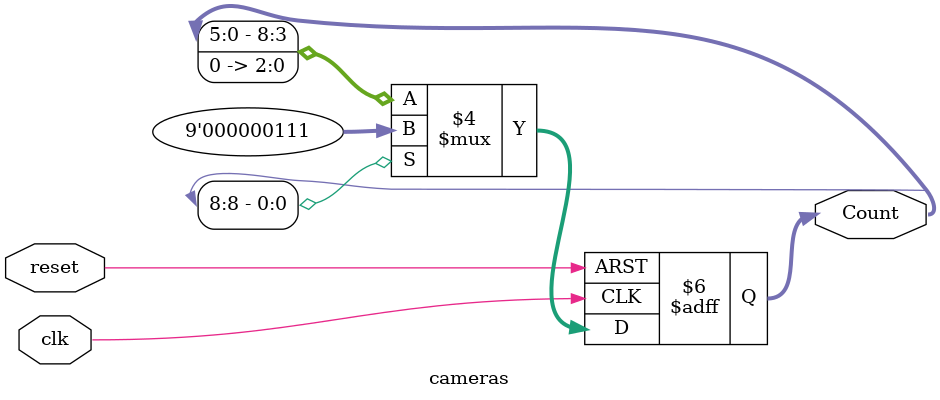
<source format=sv>
parameter NBITS_COUNT = 9;
module cameras(
    input logic clk, reset,
    output logic [NBITS_COUNT-1:0] Count);

  always_ff @(posedge reset or posedge clk) begin
      if(reset)
          Count <= 7;
      else
        if(Count[NBITS_COUNT-1])
          Count <= 7;
        else
          Count <= Count << 3;
    end
endmodule
</source>
